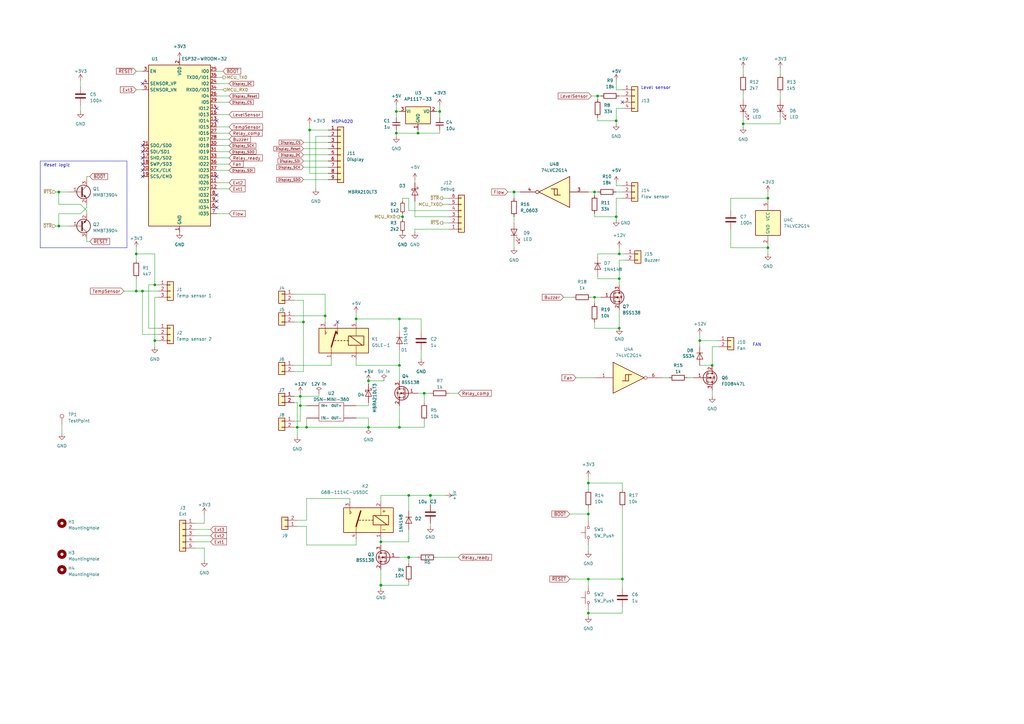
<source format=kicad_sch>
(kicad_sch (version 20240417) (generator "eeschema") (generator_version "8.99")
  (paper "A3")
  (text "Reset logic" (at 17.78 68.58 0) (effects (font (size 1.27 1.27) (italic yes)) (justify left bottom)))
  (text "Level sensor" (at 262.89 36.83 0) (effects (font (size 1.27 1.27)) (justify left bottom)))
  (text "MSP4020" (at 135.89 50.8 0) (effects (font (size 1.27 1.27)) (justify left bottom)))
  (text "FAN" (at 308.61 142.24 0) (effects (font (size 1.27 1.27)) (justify left bottom)))
  (junction (at 133.35 129.54))
  (junction (at 63.5 116.84))
  (junction (at 156.21 222.25))
  (junction (at 151.13 175.26))
  (junction (at 146.05 130.81))
  (junction (at 163.83 130.81))
  (junction (at 255.27 237.49))
  (junction (at 254 104.14))
  (junction (at 162.56 45.72))
  (junction (at 180.34 45.72))
  (junction (at 55.88 119.38))
  (junction (at 167.64 203.2))
  (junction (at 124.46 132.08))
  (junction (at 171.45 54.61))
  (junction (at 254 114.3))
  (junction (at 243.84 78.74))
  (junction (at 125.73 175.26))
  (junction (at 63.5 139.7))
  (junction (at 243.84 121.92))
  (junction (at 127 53.34))
  (junction (at 173.99 161.29))
  (junction (at 241.3 251.46))
  (junction (at 241.3 198.12))
  (junction (at 176.53 203.2) (diameter 1.016))
  (junction (at 245.11 39.37))
  (junction (at 123.19 162.56))
  (junction (at 241.3 210.82))
  (junction (at 121.92 175.26))
  (junction (at 314.96 101.6))
  (junction (at 167.64 228.6) (diameter 1.016))
  (junction (at 123.19 166.37))
  (junction (at 210.82 78.74))
  (junction (at 304.8 50.8))
  (junction (at 254 134.62))
  (junction (at 162.56 54.61))
  (junction (at 24.13 78.74))
  (junction (at 163.83 175.26))
  (junction (at 252.73 49.53))
  (junction (at 314.96 81.28))
  (junction (at 241.3 237.49))
  (junction (at 55.88 104.14))
  (junction (at 58.42 119.38))
  (junction (at 163.83 149.86))
  (junction (at 287.02 139.7))
  (junction (at 151.13 156.21))
  (junction (at 156.21 240.03) (diameter 1.016))
  (junction (at 165.1 88.9))
  (junction (at 24.13 92.71))
  (junction (at 292.1 149.86))
  (junction (at 252.73 88.9))
  (no_connect (at 58.42 59.69))
  (no_connect (at 58.42 62.23))
  (no_connect (at 58.42 64.77))
  (no_connect (at 58.42 67.31))
  (no_connect (at 58.42 69.85))
  (no_connect (at 58.42 72.39))
  (no_connect (at 58.42 34.29))
  (no_connect (at 138.43 132.08))
  (no_connect (at 88.9 72.39))
  (no_connect (at 88.9 82.55))
  (no_connect (at 88.9 49.53))
  (no_connect (at 88.9 85.09))
  (no_connect (at 88.9 80.01))
  (no_connect (at 255.27 41.91))
  (no_connect (at 88.9 44.45))
  (wire (pts (xy 124.46 123.19) (xy 124.46 132.08)))
  (wire (pts (xy 241.3 251.46) (xy 241.3 252.73)))
  (wire (pts (xy 241.3 78.74) (xy 243.84 78.74)))
  (wire (pts (xy 156.21 222.25) (xy 156.21 223.52)))
  (wire (pts (xy 254 104.14) (xy 256.54 104.14)))
  (wire (pts (xy 255.27 237.49) (xy 255.27 241.3)))
  (wire (pts (xy 33.02 43.18) (xy 33.02 45.72)))
  (wire (pts (xy 181.61 83.82) (xy 184.15 83.82)))
  (wire (pts (xy 167.64 240.03) (xy 167.64 238.76)))
  (wire (pts (xy 176.53 214.63) (xy 176.53 215.9)))
  (wire (pts (xy 33.02 87.63) (xy 35.56 85.09)))
  (wire (pts (xy 243.84 121.92) (xy 246.38 121.92)))
  (wire (pts (xy 83.82 224.79) (xy 80.01 224.79)))
  (wire (pts (xy 124.46 63.5) (xy 134.62 63.5)))
  (wire (pts (xy 134.62 71.12) (xy 127 71.12)))
  (wire (pts (xy 151.13 166.37) (xy 146.05 166.37)))
  (wire (pts (xy 165.1 81.28) (xy 167.64 81.28)))
  (wire (pts (xy 167.64 81.28) (xy 167.64 86.36)))
  (wire (pts (xy 231.14 121.92) (xy 234.95 121.92)))
  (wire (pts (xy 255.27 248.92) (xy 255.27 251.46)))
  (wire (pts (xy 304.8 50.8) (xy 304.8 52.07)))
  (wire (pts (xy 167.64 217.17) (xy 167.64 222.25)))
  (wire (pts (xy 299.72 93.98) (xy 299.72 101.6)))
  (wire (pts (xy 35.56 86.36) (xy 35.56 87.63)))
  (wire (pts (xy 80.01 217.17) (xy 86.36 217.17)))
  (wire (pts (xy 143.51 204.47) (xy 125.73 204.47)))
  (wire (pts (xy 88.9 69.85) (xy 93.98 69.85)))
  (wire (pts (xy 241.3 210.82) (xy 233.68 210.82)))
  (wire (pts (xy 176.53 207.01) (xy 176.53 203.2)))
  (wire (pts (xy 88.9 62.23) (xy 93.98 62.23)))
  (wire (pts (xy 55.88 36.83) (xy 58.42 36.83)))
  (wire (pts (xy 299.72 101.6) (xy 314.96 101.6)))
  (wire (pts (xy 292.1 142.24) (xy 292.1 149.86)))
  (wire (pts (xy 125.73 204.47) (xy 125.73 213.36)))
  (wire (pts (xy 55.88 29.21) (xy 58.42 29.21)))
  (wire (pts (xy 255.27 237.49) (xy 241.3 237.49)))
  (wire (pts (xy 88.9 59.69) (xy 93.98 59.69)))
  (wire (pts (xy 151.13 165.1) (xy 151.13 166.37)))
  (wire (pts (xy 120.65 123.19) (xy 124.46 123.19)))
  (wire (pts (xy 88.9 77.47) (xy 93.98 77.47)))
  (wire (pts (xy 255.27 208.28) (xy 255.27 237.49)))
  (wire (pts (xy 170.18 82.55) (xy 170.18 88.9)))
  (wire (pts (xy 124.46 73.66) (xy 134.62 73.66)))
  (wire (pts (xy 254 114.3) (xy 254 116.84)))
  (wire (pts (xy 60.96 134.62) (xy 64.77 134.62)))
  (wire (pts (xy 281.94 154.94) (xy 284.48 154.94)))
  (wire (pts (xy 123.19 162.56) (xy 123.19 166.37)))
  (wire (pts (xy 241.3 213.36) (xy 241.3 210.82)))
  (wire (pts (xy 35.56 72.39) (xy 36.83 72.39)))
  (wire (pts (xy 35.56 73.66) (xy 35.56 72.39)))
  (wire (pts (xy 121.92 175.26) (xy 121.92 179.07)))
  (wire (pts (xy 151.13 175.26) (xy 151.13 171.45)))
  (wire (pts (xy 241.3 237.49) (xy 233.68 237.49)))
  (wire (pts (xy 176.53 203.2) (xy 167.64 203.2)))
  (wire (pts (xy 88.9 57.15) (xy 93.98 57.15)))
  (wire (pts (xy 63.5 139.7) (xy 63.5 121.92)))
  (wire (pts (xy 83.82 224.79) (xy 83.82 229.87)))
  (wire (pts (xy 254 39.37) (xy 255.27 39.37)))
  (wire (pts (xy 35.56 83.82) (xy 35.56 85.09)))
  (wire (pts (xy 167.64 86.36) (xy 184.15 86.36)))
  (wire (pts (xy 245.11 39.37) (xy 245.11 40.64)))
  (wire (pts (xy 180.34 45.72) (xy 179.07 45.72)))
  (wire (pts (xy 88.9 39.37) (xy 93.98 39.37)))
  (wire (pts (xy 123.19 166.37) (xy 123.19 172.72)))
  (wire (pts (xy 124.46 60.96) (xy 134.62 60.96)))
  (wire (pts (xy 252.73 44.45) (xy 255.27 44.45)))
  (wire (pts (xy 121.92 215.9) (xy 125.73 215.9)))
  (wire (pts (xy 55.88 104.14) (xy 63.5 104.14)))
  (wire (pts (xy 252.73 78.74) (xy 255.27 78.74)))
  (wire (pts (xy 255.27 198.12) (xy 241.3 198.12)))
  (wire (pts (xy 124.46 68.58) (xy 134.62 68.58)))
  (wire (pts (xy 320.04 50.8) (xy 320.04 48.26)))
  (wire (pts (xy 133.35 120.65) (xy 133.35 129.54)))
  (wire (pts (xy 80.01 214.63) (xy 83.82 214.63)))
  (wire (pts (xy 125.73 213.36) (xy 121.92 213.36)))
  (wire (pts (xy 162.56 48.26) (xy 162.56 45.72)))
  (wire (pts (xy 163.83 149.86) (xy 163.83 156.21)))
  (wire (pts (xy 254 106.68) (xy 254 114.3)))
  (wire (pts (xy 180.34 45.72) (xy 180.34 48.26)))
  (wire (pts (xy 242.57 121.92) (xy 243.84 121.92)))
  (wire (pts (xy 88.9 54.61) (xy 93.98 54.61)))
  (wire (pts (xy 134.62 55.88) (xy 129.54 55.88)))
  (wire (pts (xy 120.65 165.1) (xy 121.92 165.1)))
  (wire (pts (xy 120.65 120.65) (xy 133.35 120.65)))
  (wire (pts (xy 25.4 173.99) (xy 25.4 177.8)))
  (wire (pts (xy 255.27 76.2) (xy 252.73 76.2)))
  (wire (pts (xy 180.34 54.61) (xy 171.45 54.61)))
  (wire (pts (xy 143.51 205.74) (xy 143.51 204.47)))
  (wire (pts (xy 133.35 129.54) (xy 133.35 132.08)))
  (wire (pts (xy 63.5 116.84) (xy 60.96 116.84)))
  (wire (pts (xy 254 101.6) (xy 254 104.14)))
  (wire (pts (xy 210.82 99.06) (xy 210.82 101.6)))
  (wire (pts (xy 156.21 203.2) (xy 156.21 205.74)))
  (wire (pts (xy 299.72 86.36) (xy 299.72 81.28)))
  (wire (pts (xy 236.22 154.94) (xy 243.84 154.94)))
  (wire (pts (xy 252.73 81.28) (xy 255.27 81.28)))
  (wire (pts (xy 125.73 175.26) (xy 121.92 175.26)))
  (wire (pts (xy 180.34 43.18) (xy 180.34 45.72)))
  (wire (pts (xy 245.11 104.14) (xy 254 104.14)))
  (wire (pts (xy 173.99 175.26) (xy 163.83 175.26)))
  (wire (pts (xy 125.73 223.52) (xy 146.05 223.52)))
  (wire (pts (xy 252.73 49.53) (xy 252.73 50.8)))
  (wire (pts (xy 64.77 137.16) (xy 58.42 137.16)))
  (wire (pts (xy 252.73 36.83) (xy 255.27 36.83)))
  (wire (pts (xy 208.28 78.74) (xy 210.82 78.74)))
  (wire (pts (xy 125.73 215.9) (xy 125.73 223.52)))
  (wire (pts (xy 125.73 175.26) (xy 151.13 175.26)))
  (wire (pts (xy 163.83 175.26) (xy 163.83 166.37)))
  (wire (pts (xy 63.5 116.84) (xy 64.77 116.84)))
  (wire (pts (xy 287.02 137.16) (xy 287.02 139.7)))
  (wire (pts (xy 314.96 101.6) (xy 314.96 104.14)))
  (wire (pts (xy 170.18 73.66) (xy 170.18 74.93)))
  (wire (pts (xy 165.1 87.63) (xy 165.1 88.9)))
  (wire (pts (xy 165.1 88.9) (xy 165.1 90.17)))
  (wire (pts (xy 156.21 220.98) (xy 156.21 222.25)))
  (wire (pts (xy 120.65 129.54) (xy 133.35 129.54)))
  (wire (pts (xy 167.64 222.25) (xy 156.21 222.25)))
  (wire (pts (xy 304.8 48.26) (xy 304.8 50.8)))
  (wire (pts (xy 245.11 105.41) (xy 245.11 104.14)))
  (wire (pts (xy 162.56 43.18) (xy 162.56 45.72)))
  (wire (pts (xy 88.9 46.99) (xy 93.98 46.99)))
  (wire (pts (xy 241.3 240.03) (xy 241.3 237.49)))
  (wire (pts (xy 130.81 162.56) (xy 123.19 162.56)))
  (wire (pts (xy 299.72 81.28) (xy 314.96 81.28)))
  (wire (pts (xy 88.9 87.63) (xy 93.98 87.63)))
  (wire (pts (xy 242.57 39.37) (xy 245.11 39.37)))
  (wire (pts (xy 151.13 156.21) (xy 151.13 157.48)))
  (wire (pts (xy 181.61 91.44) (xy 184.15 91.44)))
  (wire (pts (xy 243.84 88.9) (xy 252.73 88.9)))
  (wire (pts (xy 129.54 55.88) (xy 129.54 77.47)))
  (wire (pts (xy 58.42 119.38) (xy 64.77 119.38)))
  (wire (pts (xy 287.02 139.7) (xy 294.64 139.7)))
  (wire (pts (xy 156.21 240.03) (xy 167.64 240.03)))
  (wire (pts (xy 55.88 104.14) (xy 55.88 101.6)))
  (wire (pts (xy 120.65 162.56) (xy 123.19 162.56)))
  (wire (pts (xy 304.8 50.8) (xy 320.04 50.8)))
  (wire (pts (xy 173.99 161.29) (xy 173.99 165.1)))
  (wire (pts (xy 60.96 116.84) (xy 60.96 134.62)))
  (wire (pts (xy 294.64 142.24) (xy 292.1 142.24)))
  (wire (pts (xy 146.05 130.81) (xy 163.83 130.81)))
  (wire (pts (xy 88.9 64.77) (xy 93.98 64.77)))
  (wire (pts (xy 124.46 66.04) (xy 134.62 66.04)))
  (wire (pts (xy 162.56 54.61) (xy 162.56 55.88)))
  (wire (pts (xy 124.46 132.08) (xy 124.46 152.4)))
  (wire (pts (xy 151.13 171.45) (xy 146.05 171.45)))
  (wire (pts (xy 88.9 74.93) (xy 93.98 74.93)))
  (wire (pts (xy 121.92 175.26) (xy 120.65 175.26)))
  (wire (pts (xy 88.9 67.31) (xy 93.98 67.31)))
  (wire (pts (xy 243.84 121.92) (xy 243.84 124.46)))
  (wire (pts (xy 163.83 130.81) (xy 163.83 135.89)))
  (wire (pts (xy 146.05 147.32) (xy 146.05 149.86)))
  (wire (pts (xy 80.01 219.71) (xy 86.36 219.71)))
  (wire (pts (xy 245.11 48.26) (xy 245.11 49.53)))
  (wire (pts (xy 33.02 83.82) (xy 35.56 86.36)))
  (wire (pts (xy 243.84 78.74) (xy 243.84 80.01)))
  (wire (pts (xy 292.1 160.02) (xy 292.1 162.56)))
  (wire (pts (xy 165.1 81.28) (xy 165.1 82.55)))
  (wire (pts (xy 151.13 156.21) (xy 157.48 156.21)))
  (wire (pts (xy 181.61 81.28) (xy 184.15 81.28)))
  (wire (pts (xy 243.84 132.08) (xy 243.84 134.62)))
  (wire (pts (xy 88.9 52.07) (xy 93.98 52.07)))
  (wire (pts (xy 55.88 104.14) (xy 55.88 106.68)))
  (wire (pts (xy 120.65 132.08) (xy 124.46 132.08)))
  (wire (pts (xy 120.65 149.86) (xy 135.89 149.86)))
  (wire (pts (xy 184.15 161.29) (xy 187.96 161.29)))
  (wire (pts (xy 245.11 78.74) (xy 243.84 78.74)))
  (wire (pts (xy 88.9 34.29) (xy 93.98 34.29)))
  (wire (pts (xy 22.86 92.71) (xy 24.13 92.71)))
  (wire (pts (xy 22.86 78.74) (xy 24.13 78.74)))
  (wire (pts (xy 123.19 172.72) (xy 120.65 172.72)))
  (wire (pts (xy 130.81 161.29) (xy 130.81 162.56)))
  (wire (pts (xy 287.02 139.7) (xy 287.02 142.24)))
  (wire (pts (xy 151.13 175.26) (xy 163.83 175.26)))
  (wire (pts (xy 63.5 142.24) (xy 63.5 139.7)))
  (wire (pts (xy 163.83 143.51) (xy 163.83 149.86)))
  (wire (pts (xy 127 71.12) (xy 127 53.34)))
  (wire (pts (xy 35.56 97.79) (xy 35.56 99.06)))
  (wire (pts (xy 35.56 99.06) (xy 36.83 99.06)))
  (wire (pts (xy 88.9 29.21) (xy 91.44 29.21)))
  (wire (pts (xy 245.11 114.3) (xy 254 114.3)))
  (wire (pts (xy 58.42 137.16) (xy 58.42 119.38)))
  (wire (pts (xy 255.27 251.46) (xy 241.3 251.46)))
  (wire (pts (xy 171.45 161.29) (xy 173.99 161.29)))
  (wire (pts (xy 163.83 130.81) (xy 172.72 130.81)))
  (wire (pts (xy 255.27 200.66) (xy 255.27 198.12)))
  (wire (pts (xy 156.21 233.68) (xy 156.21 240.03)))
  (wire (pts (xy 210.82 78.74) (xy 213.36 78.74)))
  (wire (pts (xy 320.04 27.94) (xy 320.04 30.48)))
  (wire (pts (xy 243.84 134.62) (xy 254 134.62)))
  (wire (pts (xy 124.46 152.4) (xy 120.65 152.4)))
  (wire (pts (xy 241.3 208.28) (xy 241.3 210.82)))
  (wire (pts (xy 146.05 149.86) (xy 163.83 149.86)))
  (wire (pts (xy 146.05 128.27) (xy 146.05 130.81)))
  (wire (pts (xy 167.64 228.6) (xy 167.64 231.14)))
  (wire (pts (xy 304.8 38.1) (xy 304.8 40.64)))
  (wire (pts (xy 50.8 119.38) (xy 55.88 119.38)))
  (wire (pts (xy 146.05 130.81) (xy 146.05 132.08)))
  (wire (pts (xy 63.5 104.14) (xy 63.5 116.84)))
  (wire (pts (xy 243.84 87.63) (xy 243.84 88.9)))
  (wire (pts (xy 320.04 38.1) (xy 320.04 40.64)))
  (wire (pts (xy 254 127) (xy 254 134.62)))
  (wire (pts (xy 241.3 195.58) (xy 241.3 198.12)))
  (wire (pts (xy 245.11 113.03) (xy 245.11 114.3)))
  (wire (pts (xy 121.92 165.1) (xy 121.92 175.26)))
  (wire (pts (xy 171.45 228.6) (xy 167.64 228.6)))
  (wire (pts (xy 127 50.8) (xy 127 53.34)))
  (wire (pts (xy 162.56 45.72) (xy 163.83 45.72)))
  (wire (pts (xy 88.9 41.91) (xy 93.98 41.91)))
  (wire (pts (xy 123.19 161.29) (xy 123.19 162.56)))
  (wire (pts (xy 172.72 143.51) (xy 172.72 147.32)))
  (wire (pts (xy 170.18 88.9) (xy 184.15 88.9)))
  (wire (pts (xy 210.82 88.9) (xy 210.82 91.44)))
  (wire (pts (xy 55.88 114.3) (xy 55.88 119.38)))
  (wire (pts (xy 63.5 139.7) (xy 64.77 139.7)))
  (wire (pts (xy 241.3 198.12) (xy 241.3 200.66)))
  (wire (pts (xy 24.13 83.82) (xy 24.13 78.74)))
  (wire (pts (xy 33.02 83.82) (xy 24.13 83.82)))
  (wire (pts (xy 252.73 81.28) (xy 252.73 88.9)))
  (wire (pts (xy 241.3 250.19) (xy 241.3 251.46)))
  (wire (pts (xy 33.02 33.02) (xy 33.02 35.56)))
  (wire (pts (xy 172.72 130.81) (xy 172.72 135.89)))
  (wire (pts (xy 167.64 203.2) (xy 167.64 209.55)))
  (wire (pts (xy 123.19 166.37) (xy 125.73 166.37)))
  (wire (pts (xy 252.73 44.45) (xy 252.73 49.53)))
  (wire (pts (xy 210.82 78.74) (xy 210.82 81.28)))
  (wire (pts (xy 245.11 49.53) (xy 252.73 49.53)))
  (wire (pts (xy 24.13 78.74) (xy 27.94 78.74)))
  (wire (pts (xy 171.45 54.61) (xy 171.45 53.34)))
  (wire (pts (xy 88.9 36.83) (xy 91.44 36.83)))
  (wire (pts (xy 173.99 172.72) (xy 173.99 175.26)))
  (wire (pts (xy 271.78 154.94) (xy 274.32 154.94)))
  (polyline (pts (xy 16.51 66.04) (xy 16.51 101.6)))
  (polyline (pts (xy 16.51 66.04) (xy 52.07 66.04)))
  (polyline (pts (xy 16.51 101.6) (xy 52.07 101.6)))
  (polyline (pts (xy 52.07 101.6) (xy 52.07 66.04)))
  (wire (pts (xy 163.83 88.9) (xy 165.1 88.9)))
  (wire (pts (xy 287.02 149.86) (xy 292.1 149.86)))
  (wire (pts (xy 63.5 121.92) (xy 64.77 121.92)))
  (wire (pts (xy 252.73 33.02) (xy 252.73 36.83)))
  (wire (pts (xy 124.46 58.42) (xy 134.62 58.42)))
  (wire (pts (xy 167.64 228.6) (xy 163.83 228.6)))
  (wire (pts (xy 24.13 87.63) (xy 24.13 92.71)))
  (wire (pts (xy 24.13 92.71) (xy 27.94 92.71)))
  (wire (pts (xy 33.02 87.63) (xy 24.13 87.63)))
  (wire (pts (xy 314.96 78.74) (xy 314.96 81.28)))
  (wire (pts (xy 245.11 39.37) (xy 246.38 39.37)))
  (wire (pts (xy 304.8 27.94) (xy 304.8 30.48)))
  (wire (pts (xy 55.88 119.38) (xy 58.42 119.38)))
  (wire (pts (xy 162.56 54.61) (xy 171.45 54.61)))
  (wire (pts (xy 167.64 203.2) (xy 156.21 203.2)))
  (wire (pts (xy 125.73 171.45) (xy 125.73 175.26)))
  (wire (pts (xy 83.82 214.63) (xy 83.82 210.82)))
  (wire (pts (xy 252.73 74.93) (xy 252.73 76.2)))
  (wire (pts (xy 127 53.34) (xy 134.62 53.34)))
  (wire (pts (xy 80.01 222.25) (xy 86.36 222.25)))
  (wire (pts (xy 146.05 223.52) (xy 146.05 220.98)))
  (wire (pts (xy 180.34 53.34) (xy 180.34 54.61)))
  (wire (pts (xy 156.21 240.03) (xy 156.21 241.3)))
  (wire (pts (xy 182.88 203.2) (xy 176.53 203.2)))
  (wire (pts (xy 256.54 106.68) (xy 254 106.68)))
  (wire (pts (xy 162.56 53.34) (xy 162.56 54.61)))
  (wire (pts (xy 173.99 161.29) (xy 176.53 161.29)))
  (wire (pts (xy 135.89 149.86) (xy 135.89 147.32)))
  (wire (pts (xy 170.18 93.98) (xy 170.18 95.25)))
  (wire (pts (xy 184.15 93.98) (xy 170.18 93.98)))
  (wire (pts (xy 88.9 31.75) (xy 91.44 31.75)))
  (wire (pts (xy 187.96 228.6) (xy 179.07 228.6)))
  (wire (pts (xy 241.3 223.52) (xy 241.3 226.06)))
  (wire (pts (xy 252.73 88.9) (xy 252.73 90.17)))
  (global_label "~{BOOT}" (shape input) (at 36.83 72.39 0) (property "Intersheetrefs" "${INTERSHEET_REFS}" (effects (hide yes))))
  (global_label "Relay_comp" (shape input) (at 93.98 54.61 0) (property "Intersheetrefs" "${INTERSHEET_REFS}" (effects (hide yes))))
  (global_label "Ext2" (shape input) (at 86.36 219.71 0) (property "Intersheetrefs" "${INTERSHEET_REFS}" (effects (hide yes))))
  (global_label "Display_SDO" (shape input) (at 124.46 73.66 180) (effects (font (size 1 1))) (property "Intersheetrefs" "${INTERSHEET_REFS}" (effects (hide yes))))
  (global_label "Relay_ready" (shape input) (at 187.96 228.6 0) (property "Intersheetrefs" "${INTERSHEET_REFS}" (effects (hide yes))))
  (global_label "Ext2" (shape input) (at 93.98 74.93 0) (property "Intersheetrefs" "${INTERSHEET_REFS}" (effects (hide yes))))
  (global_label "Display_CS" (shape input) (at 93.98 41.91 0) (effects (font (size 1 1))) (property "Intersheetrefs" "${INTERSHEET_REFS}" (effects (hide yes))))
  (global_label "Display_SDI" (shape input) (at 93.98 69.85 0) (effects (font (size 1 1))) (property "Intersheetrefs" "${INTERSHEET_REFS}" (effects (hide yes))))
  (global_label "Relay_ready" (shape input) (at 93.98 64.77 0) (property "Intersheetrefs" "${INTERSHEET_REFS}" (effects (hide yes))))
  (global_label "~{RESET}" (shape input) (at 36.83 99.06 0) (property "Intersheetrefs" "${INTERSHEET_REFS}" (effects (hide yes))))
  (global_label "Relay_comp" (shape input) (at 187.96 161.29 0) (property "Intersheetrefs" "${INTERSHEET_REFS}" (effects (hide yes))))
  (global_label "Display_SDI" (shape input) (at 124.46 66.04 180) (effects (font (size 1 1))) (property "Intersheetrefs" "${INTERSHEET_REFS}" (effects (hide yes))))
  (global_label "TempSensor" (shape input) (at 93.98 52.07 0) (property "Intersheetrefs" "${INTERSHEET_REFS}" (effects (hide yes))))
  (global_label "Display_SDO" (shape input) (at 93.98 62.23 0) (effects (font (size 1 1))) (property "Intersheetrefs" "${INTERSHEET_REFS}" (effects (hide yes))))
  (global_label "Fan" (shape input) (at 236.22 154.94 180) (property "Intersheetrefs" "${INTERSHEET_REFS}" (effects (hide yes))))
  (global_label "~{RESET}" (shape input) (at 55.88 29.21 180) (property "Intersheetrefs" "${INTERSHEET_REFS}" (effects (hide yes))))
  (global_label "Ext1" (shape input) (at 86.36 222.25 0) (property "Intersheetrefs" "${INTERSHEET_REFS}" (effects (hide yes))))
  (global_label "LevelSensor" (shape input) (at 93.98 46.99 0) (property "Intersheetrefs" "${INTERSHEET_REFS}" (effects (hide yes))))
  (global_label "Flow" (shape input) (at 93.98 87.63 0) (property "Intersheetrefs" "${INTERSHEET_REFS}" (effects (hide yes))))
  (global_label "Ext3" (shape input) (at 86.36 217.17 0) (property "Intersheetrefs" "${INTERSHEET_REFS}" (effects (hide yes))))
  (global_label "~{RESET}" (shape input) (at 233.68 237.49 180) (property "Intersheetrefs" "${INTERSHEET_REFS}" (effects (hide yes))))
  (global_label "Display_Reset" (shape input) (at 124.46 60.96 180) (effects (font (size 1 1))) (property "Intersheetrefs" "${INTERSHEET_REFS}" (effects (hide yes))))
  (global_label "Ext1" (shape input) (at 93.98 77.47 0) (property "Intersheetrefs" "${INTERSHEET_REFS}" (effects (hide yes))))
  (global_label "Flow" (shape input) (at 208.28 78.74 180) (property "Intersheetrefs" "${INTERSHEET_REFS}" (effects (hide yes))))
  (global_label "Display_DC" (shape input) (at 93.98 34.29 0) (effects (font (size 1 1))) (property "Intersheetrefs" "${INTERSHEET_REFS}" (effects (hide yes))))
  (global_label "TempSensor" (shape input) (at 50.8 119.38 180) (property "Intersheetrefs" "${INTERSHEET_REFS}" (effects (hide yes))))
  (global_label "~{BOOT}" (shape input) (at 91.44 29.21 0) (property "Intersheetrefs" "${INTERSHEET_REFS}" (effects (hide yes))))
  (global_label "Ext3" (shape input) (at 55.88 36.83 180) (property "Intersheetrefs" "${INTERSHEET_REFS}" (effects (hide yes))))
  (global_label "Display_Reset" (shape input) (at 93.98 39.37 0) (effects (font (size 1 1))) (property "Intersheetrefs" "${INTERSHEET_REFS}" (effects (hide yes))))
  (global_label "Display_CS" (shape input) (at 124.46 58.42 180) (effects (font (size 1 1))) (property "Intersheetrefs" "${INTERSHEET_REFS}" (effects (hide yes))))
  (global_label "LevelSensor" (shape input) (at 242.57 39.37 180) (property "Intersheetrefs" "${INTERSHEET_REFS}" (effects (hide yes))))
  (global_label "Display_SCK" (shape input) (at 124.46 68.58 180) (effects (font (size 1 1))) (property "Intersheetrefs" "${INTERSHEET_REFS}" (effects (hide yes))))
  (global_label "~{BOOT}" (shape input) (at 233.68 210.82 180) (property "Intersheetrefs" "${INTERSHEET_REFS}" (effects (hide yes))))
  (global_label "Buzzer" (shape input) (at 93.98 57.15 0) (property "Intersheetrefs" "${INTERSHEET_REFS}" (effects (hide yes))))
  (global_label "Display_DC" (shape input) (at 124.46 63.5 180) (effects (font (size 1 1))) (property "Intersheetrefs" "${INTERSHEET_REFS}" (effects (hide yes))))
  (global_label "Display_SCK" (shape input) (at 93.98 59.69 0) (effects (font (size 1 1))) (property "Intersheetrefs" "${INTERSHEET_REFS}" (effects (hide yes))))
  (global_label "Fan" (shape input) (at 93.98 67.31 0) (property "Intersheetrefs" "${INTERSHEET_REFS}" (effects (hide yes))))
  (global_label "Buzzer" (shape input) (at 231.14 121.92 180) (property "Intersheetrefs" "${INTERSHEET_REFS}" (effects (hide yes))))
  (hierarchical_label "~{DTR}" (shape output) (at 181.61 81.28 180))
  (hierarchical_label "MCU_TX0" (shape output) (at 91.44 31.75 0))
  (hierarchical_label "~{DTR}" (shape input) (at 22.86 92.71 180))
  (hierarchical_label "MCU_TX0" (shape input) (at 181.61 83.82 180))
  (hierarchical_label "MCU_RX0" (shape output) (at 163.83 88.9 180))
  (hierarchical_label "~{RTS}" (shape output) (at 181.61 91.44 180))
  (hierarchical_label "~{RTS}" (shape input) (at 22.86 78.74 180))
  (hierarchical_label "MCU_RX0" (shape input) (at 91.44 36.83 0))
  (symbol (lib_id "Device:C") (at 255.27 245.11 0) (unit 1)
    (property "Reference" "C6" (at 259.08 243.8399 0) (effects (justify left)))
    (property "Value" "1u" (at 259.08 246.3799 0) (effects (justify left)))
    (property "Footprint" "Capacitor_SMD_AKL:C_0603_1608Metric" (effects (hide yes)))
    (property "Description" "Unpolarized capacitor" (effects (hide yes)))
  )
  (symbol (lib_id "power:+3V3") (at 127 50.8 0) (unit 1)
    (property "Reference" "#PWR011" (effects (hide yes)))
    (property "Value" "+3V3" (at 130.81 49.53 0))
  )
  (symbol (lib_id "power:GND") (at 83.82 229.87 0) (unit 1)
    (property "Reference" "#PWR07" (effects (hide yes)))
    (property "Value" "GND" (at 83.82 234.95 0))
    (property "Description" "Power flag, ground" (effects (hide yes)))
  )
  (symbol (lib_id "Device:C_Small") (at 180.34 50.8 0) (unit 1)
    (property "Reference" "C4" (at 182.88 50.1713 0) (effects (justify left)))
    (property "Value" "10u" (at 182.88 52.7113 0) (effects (justify left)))
    (property "Footprint" "Capacitor_SMD_AKL:C_0603_1608Metric" (effects (hide yes)))
  )
  (symbol (lib_id "power:GND") (at 176.53 215.9 0) (mirror y) (unit 1)
    (property "Reference" "#PWR022" (effects (hide yes)))
    (property "Value" "GND" (at 176.403 220.2942 0))
    (property "Description" "Power flag, ground" (effects (hide yes)))
  )
  (symbol (lib_id "power:+12V") (at 254 101.6 0) (unit 1)
    (property "Reference" "#PWR039" (effects (hide yes)))
    (property "Value" "+12V" (at 254 96.52 0))
    (property "Description" "Power flag, +12V" (effects (hide yes)))
  )
  (symbol (lib_id "power:+3V3") (at 241.3 195.58 0) (unit 1)
    (property "Reference" "#PWR09" (effects (hide yes)))
    (property "Value" "+3V3" (at 241.3 190.5 0))
    (property "Description" "Power flag, +3.3V" (effects (hide yes)))
  )
  (symbol (lib_id "Connector_Generic:Conn_01x03") (at 69.85 137.16 0) (unit 1)
    (property "Reference" "J2" (at 72.39 136.525 0) (effects (justify left)))
    (property "Value" "Temp sensor 2" (at 72.39 139.065 0) (effects (justify left)))
    (property "Footprint" "Connector_JST:JST_XH_B3B-XH-A_1x03_P2.50mm_Vertical" (effects (hide yes)))
  )
  (symbol (lib_id "Device:Q_NMOS_GSD") (at 251.46 121.92 0) (unit 1)
    (property "Reference" "Q7" (at 255.27 125.73 0) (effects (justify left)))
    (property "Value" "BSS138" (at 255.27 128.27 0) (effects (justify left)))
    (property "Footprint" "Package_TO_SOT_SMD:SOT-23" (effects (hide yes)))
  )
  (symbol (lib_id "Connector_Generic:Conn_01x02") (at 299.72 139.7 0) (unit 1)
    (property "Reference" "J10" (at 302.26 140.335 0) (effects (justify left)))
    (property "Value" "Fan" (at 302.26 142.875 0) (effects (justify left)))
    (property "Footprint" "Connector_JST:JST_XH_B2B-XH-A_1x02_P2.50mm_Vertical" (effects (hide yes)))
  )
  (symbol (lib_id "Connector_Generic:Conn_01x05") (at 74.93 219.71 0) (mirror y) (unit 1)
    (property "Reference" "J3" (at 74.93 208.28 0))
    (property "Value" "Ext" (at 74.93 210.82 0))
    (property "Footprint" "Connector_PinHeader_2.54mm:PinHeader_1x05_P2.54mm_Vertical" (effects (hide yes)))
    (property "Description" "Generic connector, single row, 01x05, script generated (kicad-library-utils/schlib/autogen/connector/)" (effects (hide yes)))
  )
  (symbol (lib_id "Transistor_BJT:MMBT3904") (at 33.02 92.71 0) (mirror x) (unit 1)
    (property "Reference" "Q2" (at 38.1 92.075 0) (effects (justify left)))
    (property "Value" "MMBT3904" (at 38.1 94.615 0) (effects (justify left)))
    (property "Footprint" "Package_TO_SOT_SMD:SOT-23" (effects (hide yes)))
    (property "Datasheet" "https://www.onsemi.com/pub/Collateral/2N3903-D.PDF" (effects (hide yes)))
  )
  (symbol (lib_id "Connector_Generic:Conn_01x03") (at 69.85 119.38 0) (unit 1)
    (property "Reference" "J1" (at 72.39 118.745 0) (effects (justify left)))
    (property "Value" "Temp sensor 1" (at 72.39 121.285 0) (effects (justify left)))
    (property "Footprint" "Connector_JST:JST_XH_B3B-XH-A_1x03_P2.50mm_Vertical" (effects (hide yes)))
  )
  (symbol (lib_id "Device:C") (at 33.02 39.37 0) (unit 1)
    (property "Reference" "C5" (at 36.83 38.735 0) (effects (justify left)))
    (property "Value" "100n" (at 36.83 41.275 0) (effects (justify left)))
    (property "Footprint" "Capacitor_SMD_AKL:C_0603_1608Metric" (effects (hide yes)))
  )
  (symbol (lib_id "power:GND") (at 129.54 77.47 0) (unit 1)
    (property "Reference" "#PWR012" (effects (hide yes)))
    (property "Value" "GND" (at 129.54 82.55 0))
    (property "Description" "Power flag, ground" (effects (hide yes)))
  )
  (symbol (lib_id "Device:R") (at 304.8 34.29 0) (unit 1)
    (property "Reference" "R12" (at 307.34 33.655 0) (effects (justify left)))
    (property "Value" "2k7" (at 307.34 36.195 0) (effects (justify left)))
    (property "Footprint" "Resistor_SMD_AKL:R_0603_1608Metric" (effects (hide yes)))
  )
  (symbol (lib_id "power:+5V") (at 304.8 27.94 0) (unit 1)
    (property "Reference" "#PWR031" (effects (hide yes)))
    (property "Value" "+5V" (at 304.8 24.13 0))
  )
  (symbol (lib_id "Device:R") (at 248.92 78.74 90) (unit 1)
    (property "Reference" "R10" (at 248.92 72.39 90))
    (property "Value" "18k" (at 248.92 74.93 90))
    (property "Footprint" "Resistor_SMD_AKL:R_0603_1608Metric" (effects (hide yes)))
  )
  (symbol (lib_id "power:+12V") (at 287.02 137.16 0) (unit 1)
    (property "Reference" "#PWR034" (effects (hide yes)))
    (property "Value" "+12V" (at 284.48 132.842 0) (effects (justify left)))
    (property "Description" "Power flag, +12V" (effects (hide yes)))
  )
  (symbol (lib_id "power:GND") (at 170.18 95.25 0) (unit 1)
    (property "Reference" "#PWR019" (effects (hide yes)))
    (property "Value" "GND" (at 170.18 100.33 0))
    (property "Description" "Power flag, ground" (effects (hide yes)))
  )
  (symbol (lib_id "Device:Q_NMOS_GSD") (at 158.75 228.6 0) (mirror y) (unit 1)
    (property "Reference" "Q3" (at 153.543 227.4316 0) (effects (justify left)))
    (property "Value" "BSS138" (at 153.543 229.743 0) (effects (justify left)))
    (property "Footprint" "Package_TO_SOT_SMD:SOT-23" (effects (hide yes)))
  )
  (symbol (lib_id "Connector_Generic:Conn_01x09") (at 139.7 63.5 0) (unit 1)
    (property "Reference" "J11" (at 142.24 62.865 0) (effects (justify left)))
    (property "Value" "Display" (at 142.24 65.405 0) (effects (justify left)))
    (property "Footprint" "Connector_PinSocket_2.54mm:PinSocket_1x09_P2.54mm_Vertical" (effects (hide yes)))
  )
  (symbol (lib_id "power:GND") (at 121.92 179.07 0) (unit 1)
    (property "Reference" "#PWR08" (effects (hide yes)))
    (property "Value" "GND" (at 121.92 184.15 0))
    (property "Description" "Power flag, ground" (effects (hide yes)))
  )
  (symbol (lib_id "power:+5V") (at 162.56 43.18 0) (unit 1)
    (property "Reference" "#PWR016" (effects (hide yes)))
    (property "Value" "+5V" (at 162.56 39.37 0))
  )
  (symbol (lib_id "power:+5V") (at 252.73 74.93 0) (unit 1)
    (property "Reference" "#PWR029" (effects (hide yes)))
    (property "Value" "+5V" (at 252.73 69.85 0))
  )
  (symbol (lib_id "Device:LED") (at 304.8 44.45 90) (unit 1)
    (property "Reference" "D5" (at 308.61 45.4152 90) (effects (justify right)))
    (property "Value" "LED" (at 308.61 47.9552 90) (effects (justify right)))
    (property "Footprint" "LED_SMD:LED_0603_1608Metric" (effects (hide yes)))
  )
  (symbol (lib_id "Switch:SW_Push") (at 241.3 218.44 90) (unit 1)
    (property "Reference" "SW1" (at 243.586 217.1699 90) (effects (justify right)))
    (property "Value" "SW_Push" (at 243.586 219.7099 90) (effects (justify right)))
    (property "Footprint" "Button_Switch_SMD:SW_SPST_CK_RS282G05A3" (effects (hide yes)))
    (property "Description" "Push button switch, generic, two pins" (effects (hide yes)))
  )
  (symbol (lib_id "Device:R_Small") (at 165.1 85.09 0) (mirror y) (unit 1)
    (property "Reference" "R2" (at 160.02 83.8199 0) (effects (justify right)))
    (property "Value" "1k2" (at 160.02 86.3599 0) (effects (justify right)))
    (property "Footprint" "Resistor_SMD_AKL:R_0603_1608Metric" (effects (hide yes)))
  )
  (symbol (lib_id "power:+3V3") (at 314.96 78.74 0) (unit 1)
    (property "Reference" "#PWR040" (effects (hide yes)))
    (property "Value" "+3V3" (at 314.96 74.676 0))
    (property "Description" "Power flag, +3.3V" (effects (hide yes)))
  )
  (symbol (lib_id "Device:R") (at 243.84 128.27 0) (unit 1)
    (property "Reference" "R19" (at 246.38 126.9999 0) (effects (justify left)))
    (property "Value" "10k" (at 246.38 129.5399 0) (effects (justify left)))
    (property "Footprint" "Resistor_SMD_AKL:R_0603_1608Metric" (effects (hide yes)))
    (property "Description" "Resistor" (effects (hide yes)))
  )
  (symbol (lib_id "Mechanical:MountingHole") (at 25.4 227.33 0) (unit 1)
    (property "Reference" "H3" (at 27.94 226.695 0) (effects (justify left)))
    (property "Value" "MountingHole" (at 27.94 229.235 0) (effects (justify left)))
    (property "Footprint" "MountingHole:MountingHole_3.2mm_M3" (effects (hide yes)))
  )
  (symbol (lib_id "Switch:SW_Push") (at 241.3 245.11 90) (unit 1)
    (property "Reference" "SW2" (at 243.586 243.8399 90) (effects (justify right)))
    (property "Value" "SW_Push" (at 243.586 246.3799 90) (effects (justify right)))
    (property "Footprint" "Button_Switch_SMD:SW_SPST_CK_RS282G05A3" (effects (hide yes)))
    (property "Description" "Push button switch, generic, two pins" (effects (hide yes)))
  )
  (symbol (lib_id "Device:D_Schottky") (at 170.18 78.74 270) (unit 1)
    (property "Reference" "D3" (at 166.37 76.2 90) (effects (justify right)))
    (property "Value" "MBRA210LT3 " (at 155.702 78.74 90) (effects (justify right)))
    (property "Footprint" "Diode_SMD:D_SMA" (effects (hide yes)))
  )
  (symbol (lib_id "power:+5V") (at 151.13 156.21 0) (unit 1)
    (property "Reference" "#PWR014" (effects (hide yes)))
    (property "Value" "+5V" (at 151.13 152.4 0))
  )
  (symbol (lib_id "power:GND") (at 304.8 52.07 0) (unit 1)
    (property "Reference" "#PWR033" (effects (hide yes)))
    (property "Value" "GND" (at 304.8 57.15 0))
    (property "Description" "Power flag, ground" (effects (hide yes)))
  )
  (symbol (lib_id "Device:LED") (at 210.82 95.25 90) (unit 1)
    (property "Reference" "D9" (at 214.63 95.5801 90) (effects (justify right)))
    (property "Value" "LED" (at 214.63 98.1201 90) (effects (justify right)))
    (property "Footprint" "LED_SMD:LED_0603_1608Metric" (effects (hide yes)))
    (property "Description" "Light emitting diode" (effects (hide yes)))
  )
  (symbol (lib_id "power:GND") (at 252.73 50.8 0) (unit 1)
    (property "Reference" "#PWR028" (effects (hide yes)))
    (property "Value" "GND" (at 252.73 55.88 0))
    (property "Description" "Power flag, ground" (effects (hide yes)))
  )
  (symbol (lib_id "power:GND") (at 252.73 90.17 0) (unit 1)
    (property "Reference" "#PWR030" (effects (hide yes)))
    (property "Value" "GND" (at 256.54 91.44 0))
    (property "Description" "Power flag, ground" (effects (hide yes)))
  )
  (symbol (lib_id "Device:R") (at 173.99 168.91 0) (unit 1)
    (property "Reference" "R5" (at 176.53 168.275 0) (effects (justify left)))
    (property "Value" "10k" (at 176.53 170.815 0) (effects (justify left)))
    (property "Footprint" "Resistor_SMD_AKL:R_0603_1608Metric" (effects (hide yes)))
  )
  (symbol (lib_id "Device:D") (at 167.64 213.36 90) (mirror x) (unit 1)
    (property "Reference" "D2" (at 170.18 212.725 90) (effects (justify right)))
    (property "Value" "1N4148" (at 164.465 218.44 0) (effects (justify right)))
    (property "Footprint" "Diode_SMD:D_SOD-123" (effects (hide yes)))
  )
  (symbol (lib_id "Relay:G5LE-1") (at 140.97 139.7 0) (mirror y) (unit 1)
    (property "Reference" "K1" (at 152.4 139.065 0) (effects (justify right)))
    (property "Value" "G5LE-1" (at 152.4 141.605 0) (effects (justify right)))
    (property "Footprint" "Relay_THT:Relay_SPDT_Omron-G5LE-1" (effects (hide yes)))
    (property "Datasheet" "http://www.omron.com/ecb/products/pdf/en-g5le.pdf" (effects (hide yes)))
  )
  (symbol (lib_id "74xGxx:74LVC2G14") (at 314.96 91.44 0) (mirror y) (unit 3)
    (property "Reference" "U4" (at 321.31 90.1699 0) (effects (justify right)))
    (property "Value" "74LVC2G14" (at 321.31 92.7099 0) (effects (justify right)))
    (property "Footprint" "Package_TO_SOT_SMD:SOT-23-6" (effects (hide yes)))
    (property "Datasheet" "https://www.ti.com/lit/ds/symlink/sn74lvc2g14.pdf" (effects (hide yes)))
    (property "Description" "Dual NOT Gate, Schmitt Triggered, Low-Voltage CMOS" (effects (hide yes)))
  )
  (symbol (lib_id "dsnmini360:DSN-MINI-360") (at 135.89 168.91 0) (unit 1)
    (property "Reference" "U2" (at 135.89 161.29 0))
    (property "Value" "DSN-MINI-360" (at 135.89 163.83 0))
    (property "Footprint" "modules:DSN-MINI-360" (effects (hide yes)))
    (property "Datasheet" "regulator\\lm78xx.pdf" (effects (hide yes)))
    (property "Description" "Linear Regulator +5V" (effects (hide yes)))
  )
  (symbol (lib_id "Connector_Generic:Conn_01x02") (at 115.57 172.72 0) (mirror y) (unit 1)
    (property "Reference" "J8" (at 115.57 170.18 0))
    (property "Value" "Pump" (effects (hide yes)))
    (property "Footprint" "Connector_JST:JST_XH_B2B-XH-A_1x02_P2.50mm_Vertical" (effects (hide yes)))
  )
  (symbol (lib_id "Device:R") (at 238.76 121.92 90) (unit 1)
    (property "Reference" "R18" (at 238.76 115.57 90))
    (property "Value" "1k" (at 238.76 118.11 90))
    (property "Footprint" "Resistor_SMD_AKL:R_0603_1608Metric" (effects (hide yes)))
    (property "Description" "Resistor" (effects (hide yes)))
  )
  (symbol (lib_id "Device:R") (at 55.88 110.49 0) (unit 1)
    (property "Reference" "R1" (at 58.42 109.855 0) (effects (justify left)))
    (property "Value" "4k7" (at 58.42 112.395 0) (effects (justify left)))
    (property "Footprint" "Resistor_SMD_AKL:R_0603_1608Metric" (effects (hide yes)))
  )
  (symbol (lib_id "Device:R") (at 255.27 204.47 0) (unit 1)
    (property "Reference" "R17" (at 257.81 203.1999 0) (effects (justify left)))
    (property "Value" "10k" (at 257.81 205.7399 0) (effects (justify left)))
    (property "Footprint" "Resistor_SMD_AKL:R_0603_1608Metric" (effects (hide yes)))
    (property "Description" "Resistor" (effects (hide yes)))
  )
  (symbol (lib_id "power:+3V3") (at 55.88 101.6 0) (unit 1)
    (property "Reference" "#PWR02" (effects (hide yes)))
    (property "Value" "+3V3" (at 55.88 97.79 0))
  )
  (symbol (lib_id "Device:R") (at 175.26 228.6 90) (mirror x) (unit 1)
    (property "Reference" "R6" (at 175.26 230.632 90))
    (property "Value" "1K" (at 175.26 228.6 90))
    (property "Footprint" "Resistor_SMD_AKL:R_0603_1608Metric" (effects (hide yes)))
  )
  (symbol (lib_id "Device:R") (at 243.84 83.82 0) (unit 1)
    (property "Reference" "R11" (at 246.38 83.185 0) (effects (justify left)))
    (property "Value" "33k" (at 246.38 85.725 0) (effects (justify left)))
    (property "Footprint" "Resistor_SMD_AKL:R_0603_1608Metric" (effects (hide yes)))
  )
  (symbol (lib_id "Connector_Generic:Conn_01x02") (at 115.57 162.56 0) (mirror y) (unit 1)
    (property "Reference" "J7" (at 115.57 160.02 0))
    (property "Value" "12V in" (effects (hide yes)))
    (property "Footprint" "Connector_JST:JST_XH_B2B-XH-A_1x02_P2.50mm_Vertical" (effects (hide yes)))
  )
  (symbol (lib_id "power:PWR_FLAG") (at 151.13 175.26 180) (unit 1)
    (property "Reference" "#FLG03" (effects (hide yes)))
    (property "Value" "GND" (at 151.13 180.34 0))
    (property "Description" "Power flag, general" (effects (hide yes)))
  )
  (symbol (lib_id "Connector_Generic:Conn_01x06") (at 189.23 88.9 0) (mirror x) (unit 1)
    (property "Reference" "J12" (at 183.5785 74.93 0))
    (property "Value" "Debug" (at 183.5785 77.47 0))
    (property "Footprint" "Connector_PinHeader_2.54mm:PinHeader_1x06_P2.54mm_Vertical" (effects (hide yes)))
  )
  (symbol (lib_id "Connector_Generic:Conn_01x04") (at 260.35 39.37 0) (unit 1)
    (property "Reference" "J13" (at 262.89 41.275 0) (effects (justify left)))
    (property "Value" "Conn_01x04" (effects (hide yes)))
    (property "Footprint" "Connector_JST:JST_XH_B4B-XH-A_1x04_P2.50mm_Vertical" (effects (hide yes)))
  )
  (symbol (lib_id "Device:LED") (at 320.04 44.45 90) (unit 1)
    (property "Reference" "D6" (at 323.85 45.4152 90) (effects (justify right)))
    (property "Value" "LED" (at 323.85 47.9552 90) (effects (justify right)))
    (property "Footprint" "LED_SMD:LED_0603_1608Metric" (effects (hide yes)))
  )
  (symbol (lib_id "Connector_Generic:Conn_01x02") (at 116.84 215.9 180) (unit 1)
    (property "Reference" "J9" (at 116.84 219.71 0))
    (property "Value" "Ready" (effects (hide yes)))
    (property "Footprint" "Connector_JST:JST_XH_B2B-XH-A_1x02_P2.50mm_Vertical" (effects (hide yes)))
  )
  (symbol (lib_id "power:GND") (at 210.82 101.6 0) (unit 1)
    (property "Reference" "#PWR042" (effects (hide yes)))
    (property "Value" "GND" (at 210.82 106.68 0))
    (property "Description" "Power flag, ground" (effects (hide yes)))
  )
  (symbol (lib_id "power:+5V") (at 170.18 73.66 0) (unit 1)
    (property "Reference" "#PWR018" (effects (hide yes)))
    (property "Value" "+5V" (at 170.18 68.58 0))
  )
  (symbol (lib_id "Regulator_Linear:AP1117-33") (at 171.45 45.72 0) (unit 1)
    (property "Reference" "U3" (at 171.45 38.1 0))
    (property "Value" "AP1117-33" (at 171.45 40.64 0))
    (property "Footprint" "Package_TO_SOT_SMD:SOT-223-3_TabPin2" (effects (hide yes)))
    (property "Datasheet" "http://www.diodes.com/datasheets/AP1117.pdf" (effects (hide yes)))
  )
  (symbol (lib_id "g6b-1114c-us-dc5:G6B-1114C-US-DC5") (at 151.13 213.36 0) (mirror y) (unit 1)
    (property "Reference" "K2" (at 151.13 199.39 0) (effects (justify left)))
    (property "Value" "G6B-1114C-US5DC" (at 151.13 201.93 0) (effects (justify left)))
    (property "Footprint" "modules:DIL-relay" (effects (hide yes)))
  )
  (symbol (lib_id "power:GND") (at 73.66 95.25 0) (unit 1)
    (property "Reference" "#PWR05" (effects (hide yes)))
    (property "Value" "GND" (at 73.66 100.33 0))
    (property "Description" "Power flag, ground" (effects (hide yes)))
  )
  (symbol (lib_id "power:GND") (at 241.3 226.06 0) (unit 1)
    (property "Reference" "#PWR035" (effects (hide yes)))
    (property "Value" "GND" (at 241.3 231.14 0))
    (property "Description" "Power flag, ground" (effects (hide yes)))
  )
  (symbol (lib_id "Capacitor_AKL:C_0603") (at 299.72 90.17 0) (unit 1)
    (property "Reference" "C7" (at 303.53 88.8999 0) (effects (justify left)))
    (property "Value" "100n" (at 303.53 91.4399 0) (effects (justify left)))
    (property "Footprint" "Capacitor_SMD_AKL:C_0603_1608Metric" (effects (hide yes)))
    (property "Description" "SMD 0603 MLCC capacitor, Alternate KiCad Library" (effects (hide yes)))
  )
  (symbol (lib_id "power:+12V") (at 123.19 161.29 0) (unit 1)
    (property "Reference" "#PWR037" (effects (hide yes)))
    (property "Value" "+12V" (at 123.19 157.48 0))
  )
  (symbol (lib_id "Device:R") (at 320.04 34.29 0) (unit 1)
    (property "Reference" "R13" (at 322.58 33.655 0) (effects (justify left)))
    (property "Value" "1k5" (at 322.58 36.195 0) (effects (justify left)))
    (property "Footprint" "Resistor_SMD_AKL:R_0603_1608Metric" (effects (hide yes)))
  )
  (symbol (lib_id "power:+5V") (at 182.88 203.2 270) (mirror x) (unit 1)
    (property "Reference" "#PWR024" (effects (hide yes)))
    (property "Value" "+5V" (at 186.436 203.2 0))
  )
  (symbol (lib_id "RF_Module:ESP32-WROOM-32") (at 73.66 59.69 0) (unit 1)
    (property "Reference" "U1" (at 63.5 24.13 0))
    (property "Value" "ESP32-WROOM-32" (at 83.82 24.13 0))
    (property "Footprint" "RF_Module:ESP32-WROOM-32U" (effects (hide yes)))
    (property "Datasheet" "https://www.espressif.com/sites/default/files/documentation/esp32-wroom-32_datasheet_en.pdf" (effects (hide yes)))
  )
  (symbol (lib_id "74xGxx:74LVC2G14") (at 259.08 154.94 0) (unit 1)
    (property "Reference" "U4" (at 257.81 143.256 0))
    (property "Value" "74LVC2G14" (at 257.81 145.796 0))
    (property "Footprint" "Package_TO_SOT_SMD:SOT-23-6" (effects (hide yes)))
    (property "Datasheet" "https://www.ti.com/lit/ds/symlink/sn74lvc2g14.pdf" (effects (hide yes)))
    (property "Description" "Dual NOT Gate, Schmitt Triggered, Low-Voltage CMOS" (effects (hide yes)))
  )
  (symbol (lib_id "Resistor_AKL:R_0603") (at 210.82 85.09 0) (unit 1)
    (property "Reference" "R16" (at 213.36 83.8199 0) (effects (justify left)))
    (property "Value" "R_0603" (at 213.36 86.3599 0) (effects (justify left)))
    (property "Footprint" "Resistor_SMD_AKL:R_0603_1608Metric" (effects (hide yes)))
    (property "Description" "SMD 0603 Chip Resistor, European Symbol, Alternate KiCad Library" (effects (hide yes)))
  )
  (symbol (lib_id "74xGxx:74LVC2G14") (at 226.06 78.74 0) (mirror y) (unit 2)
    (property "Reference" "U4" (at 227.33 67.31 0))
    (property "Value" "74LVC2G14" (at 227.33 69.85 0))
    (property "Footprint" "Package_TO_SOT_SMD:SOT-23-6" (effects (hide yes)))
    (property "Datasheet" "https://www.ti.com/lit/ds/symlink/sn74lvc2g14.pdf" (effects (hide yes)))
    (property "Description" "Dual NOT Gate, Schmitt Triggered, Low-Voltage CMOS" (effects (hide yes)))
  )
  (symbol (lib_id "power:GND") (at 254 134.62 0) (unit 1)
    (property "Reference" "#PWR010" (effects (hide yes)))
    (property "Value" "GND" (at 254 139.065 0))
    (property "Description" "Power flag, ground" (effects (hide yes)))
  )
  (symbol (lib_id "power:+3V3") (at 33.02 33.02 0) (unit 1)
    (property "Reference" "#PWR026" (effects (hide yes)))
    (property "Value" "+3V3" (at 33.02 29.21 0))
  )
  (symbol (lib_id "Connector:TestPoint") (at 25.4 173.99 0) (unit 1)
    (property "Reference" "TP1" (at 27.94 170.053 0) (effects (justify left)))
    (property "Value" "TestPoint" (at 27.94 172.593 0) (effects (justify left)))
    (property "Footprint" "TestPoint:TestPoint_Keystone_5000-5004_Miniature" (effects (hide yes)))
  )
  (symbol (lib_id "Device:Q_NMOS_GDS") (at 289.56 154.94 0) (unit 1)
    (property "Reference" "Q6" (at 295.91 154.94 0) (effects (justify left)))
    (property "Value" "FDD8447L" (at 295.91 157.48 0) (effects (justify left)))
    (property "Footprint" "Package_TO_SOT_SMD:TO-252-2" (effects (hide yes)))
    (property "Description" "N-MOSFET transistor, gate/drain/source" (effects (hide yes)))
  )
  (symbol (lib_id "power:GND") (at 314.96 104.14 0) (unit 1)
    (property "Reference" "#PWR041" (effects (hide yes)))
    (property "Value" "GND" (at 314.96 109.22 0))
    (property "Description" "Power flag, ground" (effects (hide yes)))
  )
  (symbol (lib_id "power:GND") (at 156.21 241.3 0) (mirror y) (unit 1)
    (property "Reference" "#PWR015" (effects (hide yes)))
    (property "Value" "GND" (at 156.21 245.11 0))
    (property "Description" "Power flag, ground" (effects (hide yes)))
  )
  (symbol (lib_id "power:GND") (at 63.5 142.24 0) (unit 1)
    (property "Reference" "#PWR03" (effects (hide yes)))
    (property "Value" "GND" (at 63.5 147.32 0))
    (property "Description" "Power flag, ground" (effects (hide yes)))
  )
  (symbol (lib_id "Device:D") (at 245.11 109.22 270) (unit 1)
    (property "Reference" "D7" (at 247.65 107.9499 90) (effects (justify left)))
    (property "Value" "1N4148" (at 247.65 110.4899 90) (effects (justify left)))
    (property "Footprint" "Diode_SMD:D_SOD-123" (effects (hide yes)))
    (property "Description" "Diode" (effects (hide yes)))
  )
  (symbol (lib_id "power:GND") (at 292.1 162.56 0) (unit 1)
    (property "Reference" "#PWR036" (effects (hide yes)))
    (property "Value" "GND" (at 292.1 167.64 0))
    (property "Description" "Power flag, ground" (effects (hide yes)))
  )
  (symbol (lib_id "Device:D_Schottky") (at 151.13 161.29 270) (unit 1)
    (property "Reference" "D4" (at 146.685 161.925 90) (effects (justify left)))
    (property "Value" "MBRA210LT3 " (at 153.67 156.21 0) (effects (justify left)))
    (property "Footprint" "Diode_SMD:D_SMA" (effects (hide yes)))
  )
  (symbol (lib_id "Connector_Generic:Conn_01x02") (at 261.62 104.14 0) (unit 1)
    (property "Reference" "J15" (at 264.16 104.1399 0) (effects (justify left)))
    (property "Value" "Buzzer" (at 264.16 106.6799 0) (effects (justify left)))
    (property "Footprint" "Connector_JST:JST_XH_B2B-XH-A_1x02_P2.50mm_Vertical" (effects (hide yes)))
    (property "Description" "Generic connector, single row, 01x02, script generated (kicad-library-utils/schlib/autogen/connector/)" (effects (hide yes)))
  )
  (symbol (lib_id "power:GND") (at 241.3 252.73 0) (unit 1)
    (property "Reference" "#PWR038" (effects (hide yes)))
    (property "Value" "GND" (at 241.3 257.81 0))
    (property "Description" "Power flag, ground" (effects (hide yes)))
  )
  (symbol (lib_id "Connector_Generic:Conn_01x02") (at 115.57 129.54 0) (mirror y) (unit 1)
    (property "Reference" "J5" (at 115.57 127 0))
    (property "Value" "Mains out" (effects (hide yes)))
    (property "Footprint" "Connector_Phoenix_MSTB:PhoenixContact_MSTBA_2,5_2-G-5,08_1x02_P5.08mm_Horizontal" (effects (hide yes)))
  )
  (symbol (lib_id "power:PWR_FLAG") (at 130.81 161.29 0) (unit 1)
    (property "Reference" "#FLG01" (effects (hide yes)))
    (property "Value" "12V in" (at 130.81 157.48 0))
  )
  (symbol (lib_id "Mechanical:MountingHole") (at 25.4 233.68 0) (unit 1)
    (property "Reference" "H4" (at 27.94 233.045 0) (effects (justify left)))
    (property "Value" "MountingHole" (at 27.94 235.585 0) (effects (justify left)))
    (property "Footprint" "MountingHole:MountingHole_3.2mm_M3" (effects (hide yes)))
  )
  (symbol (lib_id "power:+3V3") (at 180.34 43.18 0) (unit 1)
    (property "Reference" "#PWR023" (effects (hide yes)))
    (property "Value" "+3V3" (at 180.34 38.1 0))
  )
  (symbol (lib_id "Device:D") (at 163.83 139.7 270) (unit 1)
    (property "Reference" "D1" (at 164.465 143.51 90) (effects (justify left)))
    (property "Value" "1N4148" (at 166.37 133.985 0) (effects (justify left)))
    (property "Footprint" "Diode_SMD:D_SOD-123" (effects (hide yes)))
  )
  (symbol (lib_id "Device:C") (at 176.53 210.82 0) (mirror y) (unit 1)
    (property "Reference" "C3" (at 179.07 205.74 0) (effects (justify left)))
    (property "Value" "10u" (at 175.26 205.74 0) (effects (justify left)))
    (property "Footprint" "Capacitor_SMD_AKL:C_0603_1608Metric" (effects (hide yes)))
  )
  (symbol (lib_id "Mechanical:MountingHole") (at 25.4 214.63 0) (unit 1)
    (property "Reference" "H1" (at 27.94 213.995 0) (effects (justify left)))
    (property "Value" "MountingHole" (at 27.94 216.535 0) (effects (justify left)))
    (property "Footprint" "MountingHole:MountingHole_3.2mm_M3" (effects (hide yes)))
  )
  (symbol (lib_id "Connector_Generic:Conn_01x02") (at 115.57 149.86 0) (mirror y) (unit 1)
    (property "Reference" "J6" (at 115.57 147.32 0))
    (property "Value" "Compressor" (effects (hide yes)))
    (property "Footprint" "Connector_Phoenix_MSTB:PhoenixContact_MSTBA_2,5_2-G-5,08_1x02_P5.08mm_Horizontal" (effects (hide yes)))
  )
  (symbol (lib_id "Device:R") (at 278.13 154.94 90) (unit 1)
    (property "Reference" "R15" (at 278.13 149.86 90))
    (property "Value" "1k" (at 278.13 152.4 90))
    (property "Footprint" "Resistor_SMD_AKL:R_0603_1608Metric" (effects (hide yes)))
  )
  (symbol (lib_id "Connector_Generic:Conn_01x03") (at 260.35 78.74 0) (unit 1)
    (property "Reference" "J14" (at 262.89 78.105 0) (effects (justify left)))
    (property "Value" "Flow sensor" (at 262.89 80.645 0) (effects (justify left)))
    (property "Footprint" "Connector_JST:JST_XH_B3B-XH-A_1x03_P2.50mm_Vertical" (effects (hide yes)))
  )
  (symbol (lib_id "power:+3V3") (at 73.66 24.13 0) (unit 1)
    (property "Reference" "#PWR04" (effects (hide yes)))
    (property "Value" "+3V3" (at 73.66 19.05 0))
  )
  (symbol (lib_id "power:+5V") (at 252.73 33.02 0) (unit 1)
    (property "Reference" "#PWR027" (effects (hide yes)))
    (property "Value" "+5V" (at 252.73 29.21 0))
  )
  (symbol (lib_id "Device:D") (at 287.02 146.05 270) (unit 1)
    (property "Reference" "D8" (at 281.686 143.764 90) (effects (justify left)))
    (property "Value" "SS34" (at 279.908 146.05 90) (effects (justify left)))
    (property "Footprint" "Diode_SMD:D_SMA" (effects (hide yes)))
    (property "Description" "Diode" (effects (hide yes)))
  )
  (symbol (lib_id "Device:R") (at 250.19 39.37 90) (unit 1)
    (property "Reference" "R9" (at 250.19 33.02 90))
    (property "Value" "18k" (at 250.19 35.56 90))
    (property "Footprint" "Resistor_SMD_AKL:R_0603_1608Metric" (effects (hide yes)))
  )
  (symbol (lib_id "Device:R_Small") (at 165.1 92.71 0) (mirror y) (unit 1)
    (property "Reference" "R3" (at 160.02 91.4399 0) (effects (justify right)))
    (property "Value" "2k2" (at 160.02 93.9799 0) (effects (justify right)))
    (property "Footprint" "Resistor_SMD_AKL:R_0603_1608Metric" (effects (hide yes)))
  )
  (symbol (lib_id "power:+3V3") (at 320.04 27.94 0) (unit 1)
    (property "Reference" "#PWR032" (effects (hide yes)))
    (property "Value" "+3V3" (at 320.04 24.13 0))
  )
  (symbol (lib_id "Device:Q_NMOS_GSD") (at 166.37 161.29 0) (mirror y) (unit 1)
    (property "Reference" "Q4" (at 167.64 154.305 0) (effects (justify left)))
    (property "Value" "BSS138" (at 172.085 156.845 0) (effects (justify left)))
    (property "Footprint" "Package_TO_SOT_SMD:SOT-23" (effects (hide yes)))
  )
  (symbol (lib_id "power:GND") (at 25.4 177.8 0) (unit 1)
    (property "Reference" "#PWR01" (effects (hide yes)))
    (property "Value" "GND" (at 25.4 182.88 0))
    (property "Description" "Power flag, ground" (effects (hide yes)))
  )
  (symbol (lib_id "power:GND") (at 172.72 147.32 0) (unit 1)
    (property "Reference" "#PWR021" (effects (hide yes)))
    (property "Value" "GND" (at 172.72 152.4 0))
    (property "Description" "Power flag, ground" (effects (hide yes)))
  )
  (symbol (lib_id "power:+5V") (at 146.05 128.27 0) (unit 1)
    (property "Reference" "#PWR013" (effects (hide yes)))
    (property "Value" "+5V" (at 146.05 124.46 0))
  )
  (symbol (lib_id "Transistor_BJT:MMBT3904") (at 33.02 78.74 0) (unit 1)
    (property "Reference" "Q1" (at 38.1 77.47 0) (effects (justify left)))
    (property "Value" "MMBT3904" (at 38.1 80.01 0) (effects (justify left)))
    (property "Footprint" "Package_TO_SOT_SMD:SOT-23" (effects (hide yes)))
    (property "Datasheet" "https://www.onsemi.com/pub/Collateral/2N3903-D.PDF" (effects (hide yes)))
  )
  (symbol (lib_id "Connector_Generic:Conn_01x02") (at 115.57 120.65 0) (mirror y) (unit 1)
    (property "Reference" "J4" (at 115.57 118.11 0))
    (property "Value" "Mains in" (effects (hide yes)))
    (property "Footprint" "Connector_Phoenix_MSTB:PhoenixContact_MSTBA_2,5_2-G-5,08_1x02_P5.08mm_Horizontal" (effects (hide yes)))
  )
  (symbol (lib_id "power:PWR_FLAG") (at 157.48 156.21 0) (unit 1)
    (property "Reference" "#FLG02" (effects (hide yes)))
    (property "Value" "5V in" (at 157.48 152.4 0))
  )
  (symbol (lib_id "Device:R") (at 245.11 44.45 0) (unit 1)
    (property "Reference" "R8" (at 247.65 43.1799 0) (effects (justify left)))
    (property "Value" "33k" (at 247.65 45.7199 0) (effects (justify left)))
    (property "Footprint" "Resistor_SMD_AKL:R_0603_1608Metric" (effects (hide yes)))
  )
  (symbol (lib_id "power:GND") (at 165.1 95.25 0) (unit 1)
    (property "Reference" "#PWR017" (effects (hide yes)))
    (property "Value" "GND" (at 165.1 100.33 0))
    (property "Description" "Power flag, ground" (effects (hide yes)))
  )
  (symbol (lib_id "power:+3V3") (at 83.82 210.82 0) (unit 1)
    (property "Reference" "#PWR06" (effects (hide yes)))
    (property "Value" "+3V3" (at 83.82 207.01 0))
  )
  (symbol (lib_id "power:GND") (at 162.56 55.88 0) (unit 1)
    (property "Reference" "#PWR020" (effects (hide yes)))
    (property "Value" "GND" (at 162.56 60.96 0))
    (property "Description" "Power flag, ground" (effects (hide yes)))
  )
  (symbol (lib_id "Device:R") (at 241.3 204.47 0) (unit 1)
    (property "Reference" "R14" (at 243.84 203.1999 0) (effects (justify left)))
    (property "Value" "10k" (at 243.84 205.7399 0) (effects (justify left)))
    (property "Footprint" "Resistor_SMD_AKL:R_0603_1608Metric" (effects (hide yes)))
    (property "Description" "Resistor" (effects (hide yes)))
  )
  (symbol (lib_id "power:GND") (at 33.02 45.72 0) (unit 1)
    (property "Reference" "#PWR025" (effects (hide yes)))
    (property "Value" "GND" (at 33.02 50.8 0))
    (property "Description" "Power flag, ground" (effects (hide yes)))
  )
  (symbol (lib_id "Device:R") (at 180.34 161.29 90) (unit 1)
    (property "Reference" "R7" (at 180.34 156.21 90))
    (property "Value" "1k" (at 180.34 158.75 90))
    (property "Footprint" "Resistor_SMD_AKL:R_0603_1608Metric" (effects (hide yes)))
  )
  (symbol (lib_id "Device:C_Small") (at 162.56 50.8 0) (mirror y) (unit 1)
    (property "Reference" "C1" (at 160.02 49.5299 0) (effects (justify left)))
    (property "Value" "1u" (at 160.02 52.0699 0) (effects (justify left)))
    (property "Footprint" "Capacitor_SMD_AKL:C_0603_1608Metric" (effects (hide yes)))
  )
  (symbol (lib_id "Device:R") (at 167.64 234.95 0) (mirror y) (unit 1)
    (property "Reference" "R4" (at 165.862 233.7816 0) (effects (justify left)))
    (property "Value" "10K" (at 165.862 236.093 0) (effects (justify left)))
    (property "Footprint" "Resistor_SMD_AKL:R_0603_1608Metric" (effects (hide yes)))
  )
  (symbol (lib_id "Device:C") (at 172.72 139.7 0) (unit 1)
    (property "Reference" "C2" (at 176.53 139.065 0) (effects (justify left)))
    (property "Value" "1u" (at 176.53 141.605 0) (effects (justify left)))
    (property "Footprint" "Capacitor_SMD_AKL:C_0603_1608Metric" (effects (hide yes)))
  )
)
</source>
